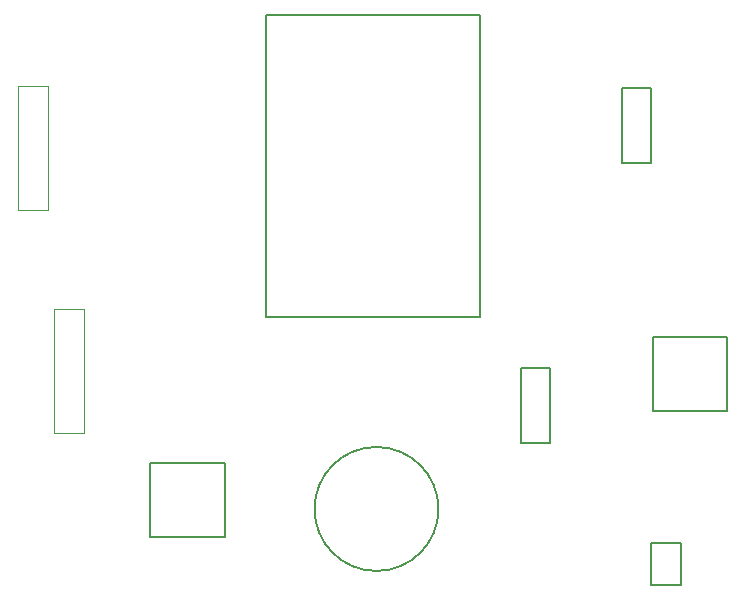
<source format=gbr>
G04*
G04 #@! TF.GenerationSoftware,Altium Limited,Altium Designer,22.4.2 (48)*
G04*
G04 Layer_Color=16711935*
%FSLAX25Y25*%
%MOIN*%
G70*
G04*
G04 #@! TF.SameCoordinates,897C8E4D-7720-40B5-A877-0FB78C4BABC8*
G04*
G04*
G04 #@! TF.FilePolarity,Positive*
G04*
G01*
G75*
%ADD10C,0.00591*%
%ADD11C,0.00500*%
%ADD13C,0.00787*%
%ADD39C,0.00394*%
D10*
X459669Y333500D02*
G03*
X459669Y333500I-20669J0D01*
G01*
D11*
X363599Y324099D02*
Y348902D01*
X388402D01*
Y324099D02*
Y348902D01*
X363599Y324099D02*
X388402D01*
X531099Y366098D02*
Y390902D01*
X555902D01*
Y366098D02*
Y390902D01*
X531099Y366098D02*
X555902D01*
D13*
X487079Y355598D02*
X496921D01*
Y380402D01*
X487079D02*
X496921D01*
X487079Y355598D02*
Y380402D01*
X520705Y448878D02*
X530547D01*
Y473681D01*
X520705D02*
X530547D01*
X520705Y448878D02*
Y473681D01*
X530579Y307992D02*
X540421D01*
Y322165D01*
X530579D02*
X540421D01*
X530579Y307992D02*
Y322165D01*
X402335Y397398D02*
Y498185D01*
Y397398D02*
X473595D01*
Y498185D01*
X402335D02*
X473595D01*
D39*
X331500Y400248D02*
X341500D01*
Y358752D02*
Y400248D01*
X331500Y358752D02*
X341500D01*
X331500D02*
Y400248D01*
X319626Y474528D02*
X329626D01*
Y433032D02*
Y474528D01*
X319626Y433032D02*
X329626D01*
X319626D02*
Y474528D01*
M02*

</source>
